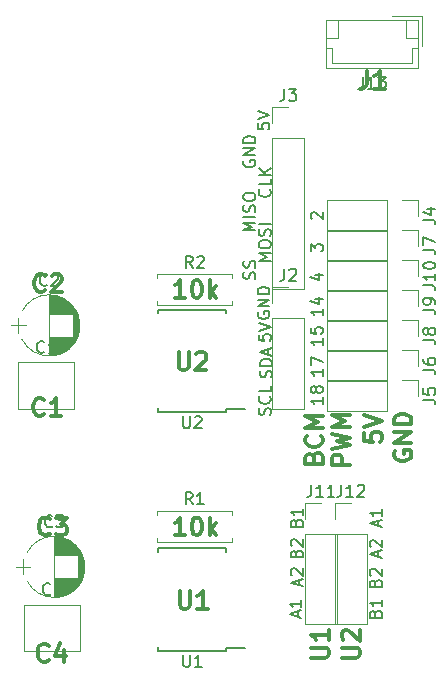
<source format=gbr>
G04 #@! TF.FileFunction,Legend,Top*
%FSLAX46Y46*%
G04 Gerber Fmt 4.6, Leading zero omitted, Abs format (unit mm)*
G04 Created by KiCad (PCBNEW 4.0.7) date 08/31/18 00:13:05*
%MOMM*%
%LPD*%
G01*
G04 APERTURE LIST*
%ADD10C,0.150000*%
%ADD11C,0.300000*%
%ADD12C,0.120000*%
G04 APERTURE END LIST*
D10*
X150128571Y-127404761D02*
X150176190Y-127261904D01*
X150223810Y-127214285D01*
X150319048Y-127166666D01*
X150461905Y-127166666D01*
X150557143Y-127214285D01*
X150604762Y-127261904D01*
X150652381Y-127357142D01*
X150652381Y-127738095D01*
X149652381Y-127738095D01*
X149652381Y-127404761D01*
X149700000Y-127309523D01*
X149747619Y-127261904D01*
X149842857Y-127214285D01*
X149938095Y-127214285D01*
X150033333Y-127261904D01*
X150080952Y-127309523D01*
X150128571Y-127404761D01*
X150128571Y-127738095D01*
X150652381Y-126214285D02*
X150652381Y-126785714D01*
X150652381Y-126500000D02*
X149652381Y-126500000D01*
X149795238Y-126595238D01*
X149890476Y-126690476D01*
X149938095Y-126785714D01*
X150128571Y-124804761D02*
X150176190Y-124661904D01*
X150223810Y-124614285D01*
X150319048Y-124566666D01*
X150461905Y-124566666D01*
X150557143Y-124614285D01*
X150604762Y-124661904D01*
X150652381Y-124757142D01*
X150652381Y-125138095D01*
X149652381Y-125138095D01*
X149652381Y-124804761D01*
X149700000Y-124709523D01*
X149747619Y-124661904D01*
X149842857Y-124614285D01*
X149938095Y-124614285D01*
X150033333Y-124661904D01*
X150080952Y-124709523D01*
X150128571Y-124804761D01*
X150128571Y-125138095D01*
X149747619Y-124185714D02*
X149700000Y-124138095D01*
X149652381Y-124042857D01*
X149652381Y-123804761D01*
X149700000Y-123709523D01*
X149747619Y-123661904D01*
X149842857Y-123614285D01*
X149938095Y-123614285D01*
X150080952Y-123661904D01*
X150652381Y-124233333D01*
X150652381Y-123614285D01*
X150366667Y-122614286D02*
X150366667Y-122138095D01*
X150652381Y-122709524D02*
X149652381Y-122376191D01*
X150652381Y-122042857D01*
X149747619Y-121757143D02*
X149700000Y-121709524D01*
X149652381Y-121614286D01*
X149652381Y-121376190D01*
X149700000Y-121280952D01*
X149747619Y-121233333D01*
X149842857Y-121185714D01*
X149938095Y-121185714D01*
X150080952Y-121233333D01*
X150652381Y-121804762D01*
X150652381Y-121185714D01*
X150366667Y-120014286D02*
X150366667Y-119538095D01*
X150652381Y-120109524D02*
X149652381Y-119776191D01*
X150652381Y-119442857D01*
X150652381Y-118585714D02*
X150652381Y-119157143D01*
X150652381Y-118871429D02*
X149652381Y-118871429D01*
X149795238Y-118966667D01*
X149890476Y-119061905D01*
X149938095Y-119157143D01*
X143428571Y-119704761D02*
X143476190Y-119561904D01*
X143523810Y-119514285D01*
X143619048Y-119466666D01*
X143761905Y-119466666D01*
X143857143Y-119514285D01*
X143904762Y-119561904D01*
X143952381Y-119657142D01*
X143952381Y-120038095D01*
X142952381Y-120038095D01*
X142952381Y-119704761D01*
X143000000Y-119609523D01*
X143047619Y-119561904D01*
X143142857Y-119514285D01*
X143238095Y-119514285D01*
X143333333Y-119561904D01*
X143380952Y-119609523D01*
X143428571Y-119704761D01*
X143428571Y-120038095D01*
X143952381Y-118514285D02*
X143952381Y-119085714D01*
X143952381Y-118800000D02*
X142952381Y-118800000D01*
X143095238Y-118895238D01*
X143190476Y-118990476D01*
X143238095Y-119085714D01*
X143428571Y-122304761D02*
X143476190Y-122161904D01*
X143523810Y-122114285D01*
X143619048Y-122066666D01*
X143761905Y-122066666D01*
X143857143Y-122114285D01*
X143904762Y-122161904D01*
X143952381Y-122257142D01*
X143952381Y-122638095D01*
X142952381Y-122638095D01*
X142952381Y-122304761D01*
X143000000Y-122209523D01*
X143047619Y-122161904D01*
X143142857Y-122114285D01*
X143238095Y-122114285D01*
X143333333Y-122161904D01*
X143380952Y-122209523D01*
X143428571Y-122304761D01*
X143428571Y-122638095D01*
X143047619Y-121685714D02*
X143000000Y-121638095D01*
X142952381Y-121542857D01*
X142952381Y-121304761D01*
X143000000Y-121209523D01*
X143047619Y-121161904D01*
X143142857Y-121114285D01*
X143238095Y-121114285D01*
X143380952Y-121161904D01*
X143952381Y-121733333D01*
X143952381Y-121114285D01*
X143666667Y-125014286D02*
X143666667Y-124538095D01*
X143952381Y-125109524D02*
X142952381Y-124776191D01*
X143952381Y-124442857D01*
X143047619Y-124157143D02*
X143000000Y-124109524D01*
X142952381Y-124014286D01*
X142952381Y-123776190D01*
X143000000Y-123680952D01*
X143047619Y-123633333D01*
X143142857Y-123585714D01*
X143238095Y-123585714D01*
X143380952Y-123633333D01*
X143952381Y-124204762D01*
X143952381Y-123585714D01*
D11*
X147278571Y-131142857D02*
X148492857Y-131142857D01*
X148635714Y-131071429D01*
X148707143Y-131000000D01*
X148778571Y-130857143D01*
X148778571Y-130571429D01*
X148707143Y-130428571D01*
X148635714Y-130357143D01*
X148492857Y-130285714D01*
X147278571Y-130285714D01*
X147421429Y-129642857D02*
X147350000Y-129571428D01*
X147278571Y-129428571D01*
X147278571Y-129071428D01*
X147350000Y-128928571D01*
X147421429Y-128857142D01*
X147564286Y-128785714D01*
X147707143Y-128785714D01*
X147921429Y-128857142D01*
X148778571Y-129714285D01*
X148778571Y-128785714D01*
D10*
X143566667Y-127714286D02*
X143566667Y-127238095D01*
X143852381Y-127809524D02*
X142852381Y-127476191D01*
X143852381Y-127142857D01*
X143852381Y-126285714D02*
X143852381Y-126857143D01*
X143852381Y-126571429D02*
X142852381Y-126571429D01*
X142995238Y-126666667D01*
X143090476Y-126761905D01*
X143138095Y-126857143D01*
D11*
X144678571Y-131142857D02*
X145892857Y-131142857D01*
X146035714Y-131071429D01*
X146107143Y-131000000D01*
X146178571Y-130857143D01*
X146178571Y-130571429D01*
X146107143Y-130428571D01*
X146035714Y-130357143D01*
X145892857Y-130285714D01*
X144678571Y-130285714D01*
X146178571Y-128785714D02*
X146178571Y-129642857D01*
X146178571Y-129214285D02*
X144678571Y-129214285D01*
X144892857Y-129357142D01*
X145035714Y-129500000D01*
X145107143Y-129642857D01*
D10*
X144747619Y-93985714D02*
X144700000Y-93938095D01*
X144652381Y-93842857D01*
X144652381Y-93604761D01*
X144700000Y-93509523D01*
X144747619Y-93461904D01*
X144842857Y-93414285D01*
X144938095Y-93414285D01*
X145080952Y-93461904D01*
X145652381Y-94033333D01*
X145652381Y-93414285D01*
X144652381Y-96733333D02*
X144652381Y-96114285D01*
X145033333Y-96447619D01*
X145033333Y-96304761D01*
X145080952Y-96209523D01*
X145128571Y-96161904D01*
X145223810Y-96114285D01*
X145461905Y-96114285D01*
X145557143Y-96161904D01*
X145604762Y-96209523D01*
X145652381Y-96304761D01*
X145652381Y-96590476D01*
X145604762Y-96685714D01*
X145557143Y-96733333D01*
X144985714Y-98709523D02*
X145652381Y-98709523D01*
X144604762Y-98947619D02*
X145319048Y-99185714D01*
X145319048Y-98566666D01*
X145652381Y-101590476D02*
X145652381Y-102161905D01*
X145652381Y-101876191D02*
X144652381Y-101876191D01*
X144795238Y-101971429D01*
X144890476Y-102066667D01*
X144938095Y-102161905D01*
X144985714Y-100733333D02*
X145652381Y-100733333D01*
X144604762Y-100971429D02*
X145319048Y-101209524D01*
X145319048Y-100590476D01*
X145652381Y-104090476D02*
X145652381Y-104661905D01*
X145652381Y-104376191D02*
X144652381Y-104376191D01*
X144795238Y-104471429D01*
X144890476Y-104566667D01*
X144938095Y-104661905D01*
X144652381Y-103185714D02*
X144652381Y-103661905D01*
X145128571Y-103709524D01*
X145080952Y-103661905D01*
X145033333Y-103566667D01*
X145033333Y-103328571D01*
X145080952Y-103233333D01*
X145128571Y-103185714D01*
X145223810Y-103138095D01*
X145461905Y-103138095D01*
X145557143Y-103185714D01*
X145604762Y-103233333D01*
X145652381Y-103328571D01*
X145652381Y-103566667D01*
X145604762Y-103661905D01*
X145557143Y-103709524D01*
X145652381Y-106690476D02*
X145652381Y-107261905D01*
X145652381Y-106976191D02*
X144652381Y-106976191D01*
X144795238Y-107071429D01*
X144890476Y-107166667D01*
X144938095Y-107261905D01*
X144652381Y-106357143D02*
X144652381Y-105690476D01*
X145652381Y-106119048D01*
X145652381Y-109090476D02*
X145652381Y-109661905D01*
X145652381Y-109376191D02*
X144652381Y-109376191D01*
X144795238Y-109471429D01*
X144890476Y-109566667D01*
X144938095Y-109661905D01*
X145080952Y-108519048D02*
X145033333Y-108614286D01*
X144985714Y-108661905D01*
X144890476Y-108709524D01*
X144842857Y-108709524D01*
X144747619Y-108661905D01*
X144700000Y-108614286D01*
X144652381Y-108519048D01*
X144652381Y-108328571D01*
X144700000Y-108233333D01*
X144747619Y-108185714D01*
X144842857Y-108138095D01*
X144890476Y-108138095D01*
X144985714Y-108185714D01*
X145033333Y-108233333D01*
X145080952Y-108328571D01*
X145080952Y-108519048D01*
X145128571Y-108614286D01*
X145176190Y-108661905D01*
X145271429Y-108709524D01*
X145461905Y-108709524D01*
X145557143Y-108661905D01*
X145604762Y-108614286D01*
X145652381Y-108519048D01*
X145652381Y-108328571D01*
X145604762Y-108233333D01*
X145557143Y-108185714D01*
X145461905Y-108138095D01*
X145271429Y-108138095D01*
X145176190Y-108185714D01*
X145128571Y-108233333D01*
X145080952Y-108328571D01*
D11*
X144892857Y-114200000D02*
X144964286Y-113985714D01*
X145035714Y-113914286D01*
X145178571Y-113842857D01*
X145392857Y-113842857D01*
X145535714Y-113914286D01*
X145607143Y-113985714D01*
X145678571Y-114128572D01*
X145678571Y-114700000D01*
X144178571Y-114700000D01*
X144178571Y-114200000D01*
X144250000Y-114057143D01*
X144321429Y-113985714D01*
X144464286Y-113914286D01*
X144607143Y-113914286D01*
X144750000Y-113985714D01*
X144821429Y-114057143D01*
X144892857Y-114200000D01*
X144892857Y-114700000D01*
X145535714Y-112342857D02*
X145607143Y-112414286D01*
X145678571Y-112628572D01*
X145678571Y-112771429D01*
X145607143Y-112985714D01*
X145464286Y-113128572D01*
X145321429Y-113200000D01*
X145035714Y-113271429D01*
X144821429Y-113271429D01*
X144535714Y-113200000D01*
X144392857Y-113128572D01*
X144250000Y-112985714D01*
X144178571Y-112771429D01*
X144178571Y-112628572D01*
X144250000Y-112414286D01*
X144321429Y-112342857D01*
X145678571Y-111700000D02*
X144178571Y-111700000D01*
X145250000Y-111200000D01*
X144178571Y-110700000D01*
X145678571Y-110700000D01*
D10*
X141204762Y-110590476D02*
X141252381Y-110447619D01*
X141252381Y-110209523D01*
X141204762Y-110114285D01*
X141157143Y-110066666D01*
X141061905Y-110019047D01*
X140966667Y-110019047D01*
X140871429Y-110066666D01*
X140823810Y-110114285D01*
X140776190Y-110209523D01*
X140728571Y-110400000D01*
X140680952Y-110495238D01*
X140633333Y-110542857D01*
X140538095Y-110590476D01*
X140442857Y-110590476D01*
X140347619Y-110542857D01*
X140300000Y-110495238D01*
X140252381Y-110400000D01*
X140252381Y-110161904D01*
X140300000Y-110019047D01*
X141157143Y-109019047D02*
X141204762Y-109066666D01*
X141252381Y-109209523D01*
X141252381Y-109304761D01*
X141204762Y-109447619D01*
X141109524Y-109542857D01*
X141014286Y-109590476D01*
X140823810Y-109638095D01*
X140680952Y-109638095D01*
X140490476Y-109590476D01*
X140395238Y-109542857D01*
X140300000Y-109447619D01*
X140252381Y-109304761D01*
X140252381Y-109209523D01*
X140300000Y-109066666D01*
X140347619Y-109019047D01*
X141252381Y-108114285D02*
X141252381Y-108590476D01*
X140252381Y-108590476D01*
X141304762Y-107414286D02*
X141352381Y-107271429D01*
X141352381Y-107033333D01*
X141304762Y-106938095D01*
X141257143Y-106890476D01*
X141161905Y-106842857D01*
X141066667Y-106842857D01*
X140971429Y-106890476D01*
X140923810Y-106938095D01*
X140876190Y-107033333D01*
X140828571Y-107223810D01*
X140780952Y-107319048D01*
X140733333Y-107366667D01*
X140638095Y-107414286D01*
X140542857Y-107414286D01*
X140447619Y-107366667D01*
X140400000Y-107319048D01*
X140352381Y-107223810D01*
X140352381Y-106985714D01*
X140400000Y-106842857D01*
X141352381Y-106414286D02*
X140352381Y-106414286D01*
X140352381Y-106176191D01*
X140400000Y-106033333D01*
X140495238Y-105938095D01*
X140590476Y-105890476D01*
X140780952Y-105842857D01*
X140923810Y-105842857D01*
X141114286Y-105890476D01*
X141209524Y-105938095D01*
X141304762Y-106033333D01*
X141352381Y-106176191D01*
X141352381Y-106414286D01*
X141066667Y-105461905D02*
X141066667Y-104985714D01*
X141352381Y-105557143D02*
X140352381Y-105223810D01*
X141352381Y-104890476D01*
X140200000Y-101861904D02*
X140152381Y-101957142D01*
X140152381Y-102099999D01*
X140200000Y-102242857D01*
X140295238Y-102338095D01*
X140390476Y-102385714D01*
X140580952Y-102433333D01*
X140723810Y-102433333D01*
X140914286Y-102385714D01*
X141009524Y-102338095D01*
X141104762Y-102242857D01*
X141152381Y-102099999D01*
X141152381Y-102004761D01*
X141104762Y-101861904D01*
X141057143Y-101814285D01*
X140723810Y-101814285D01*
X140723810Y-102004761D01*
X141152381Y-101385714D02*
X140152381Y-101385714D01*
X141152381Y-100814285D01*
X140152381Y-100814285D01*
X141152381Y-100338095D02*
X140152381Y-100338095D01*
X140152381Y-100100000D01*
X140200000Y-99957142D01*
X140295238Y-99861904D01*
X140390476Y-99814285D01*
X140580952Y-99766666D01*
X140723810Y-99766666D01*
X140914286Y-99814285D01*
X141009524Y-99861904D01*
X141104762Y-99957142D01*
X141152381Y-100100000D01*
X141152381Y-100338095D01*
X140252381Y-103790476D02*
X140252381Y-104266667D01*
X140728571Y-104314286D01*
X140680952Y-104266667D01*
X140633333Y-104171429D01*
X140633333Y-103933333D01*
X140680952Y-103838095D01*
X140728571Y-103790476D01*
X140823810Y-103742857D01*
X141061905Y-103742857D01*
X141157143Y-103790476D01*
X141204762Y-103838095D01*
X141252381Y-103933333D01*
X141252381Y-104171429D01*
X141204762Y-104266667D01*
X141157143Y-104314286D01*
X140252381Y-103457143D02*
X141252381Y-103123810D01*
X140252381Y-102790476D01*
X139904762Y-99061905D02*
X139952381Y-98919048D01*
X139952381Y-98680952D01*
X139904762Y-98585714D01*
X139857143Y-98538095D01*
X139761905Y-98490476D01*
X139666667Y-98490476D01*
X139571429Y-98538095D01*
X139523810Y-98585714D01*
X139476190Y-98680952D01*
X139428571Y-98871429D01*
X139380952Y-98966667D01*
X139333333Y-99014286D01*
X139238095Y-99061905D01*
X139142857Y-99061905D01*
X139047619Y-99014286D01*
X139000000Y-98966667D01*
X138952381Y-98871429D01*
X138952381Y-98633333D01*
X139000000Y-98490476D01*
X139904762Y-98109524D02*
X139952381Y-97966667D01*
X139952381Y-97728571D01*
X139904762Y-97633333D01*
X139857143Y-97585714D01*
X139761905Y-97538095D01*
X139666667Y-97538095D01*
X139571429Y-97585714D01*
X139523810Y-97633333D01*
X139476190Y-97728571D01*
X139428571Y-97919048D01*
X139380952Y-98014286D01*
X139333333Y-98061905D01*
X139238095Y-98109524D01*
X139142857Y-98109524D01*
X139047619Y-98061905D01*
X139000000Y-98014286D01*
X138952381Y-97919048D01*
X138952381Y-97680952D01*
X139000000Y-97538095D01*
X141252381Y-97571428D02*
X140252381Y-97571428D01*
X140966667Y-97238094D01*
X140252381Y-96904761D01*
X141252381Y-96904761D01*
X140252381Y-96238095D02*
X140252381Y-96047618D01*
X140300000Y-95952380D01*
X140395238Y-95857142D01*
X140585714Y-95809523D01*
X140919048Y-95809523D01*
X141109524Y-95857142D01*
X141204762Y-95952380D01*
X141252381Y-96047618D01*
X141252381Y-96238095D01*
X141204762Y-96333333D01*
X141109524Y-96428571D01*
X140919048Y-96476190D01*
X140585714Y-96476190D01*
X140395238Y-96428571D01*
X140300000Y-96333333D01*
X140252381Y-96238095D01*
X141204762Y-95428571D02*
X141252381Y-95285714D01*
X141252381Y-95047618D01*
X141204762Y-94952380D01*
X141157143Y-94904761D01*
X141061905Y-94857142D01*
X140966667Y-94857142D01*
X140871429Y-94904761D01*
X140823810Y-94952380D01*
X140776190Y-95047618D01*
X140728571Y-95238095D01*
X140680952Y-95333333D01*
X140633333Y-95380952D01*
X140538095Y-95428571D01*
X140442857Y-95428571D01*
X140347619Y-95380952D01*
X140300000Y-95333333D01*
X140252381Y-95238095D01*
X140252381Y-94999999D01*
X140300000Y-94857142D01*
X141252381Y-94428571D02*
X140252381Y-94428571D01*
X139952381Y-94971428D02*
X138952381Y-94971428D01*
X139666667Y-94638094D01*
X138952381Y-94304761D01*
X139952381Y-94304761D01*
X139952381Y-93828571D02*
X138952381Y-93828571D01*
X139904762Y-93400000D02*
X139952381Y-93257143D01*
X139952381Y-93019047D01*
X139904762Y-92923809D01*
X139857143Y-92876190D01*
X139761905Y-92828571D01*
X139666667Y-92828571D01*
X139571429Y-92876190D01*
X139523810Y-92923809D01*
X139476190Y-93019047D01*
X139428571Y-93209524D01*
X139380952Y-93304762D01*
X139333333Y-93352381D01*
X139238095Y-93400000D01*
X139142857Y-93400000D01*
X139047619Y-93352381D01*
X139000000Y-93304762D01*
X138952381Y-93209524D01*
X138952381Y-92971428D01*
X139000000Y-92828571D01*
X138952381Y-92209524D02*
X138952381Y-92019047D01*
X139000000Y-91923809D01*
X139095238Y-91828571D01*
X139285714Y-91780952D01*
X139619048Y-91780952D01*
X139809524Y-91828571D01*
X139904762Y-91923809D01*
X139952381Y-92019047D01*
X139952381Y-92209524D01*
X139904762Y-92304762D01*
X139809524Y-92400000D01*
X139619048Y-92447619D01*
X139285714Y-92447619D01*
X139095238Y-92400000D01*
X139000000Y-92304762D01*
X138952381Y-92209524D01*
X141157143Y-91495238D02*
X141204762Y-91542857D01*
X141252381Y-91685714D01*
X141252381Y-91780952D01*
X141204762Y-91923810D01*
X141109524Y-92019048D01*
X141014286Y-92066667D01*
X140823810Y-92114286D01*
X140680952Y-92114286D01*
X140490476Y-92066667D01*
X140395238Y-92019048D01*
X140300000Y-91923810D01*
X140252381Y-91780952D01*
X140252381Y-91685714D01*
X140300000Y-91542857D01*
X140347619Y-91495238D01*
X141252381Y-90590476D02*
X141252381Y-91066667D01*
X140252381Y-91066667D01*
X141252381Y-90257143D02*
X140252381Y-90257143D01*
X141252381Y-89685714D02*
X140680952Y-90114286D01*
X140252381Y-89685714D02*
X140823810Y-90257143D01*
X139000000Y-89061904D02*
X138952381Y-89157142D01*
X138952381Y-89299999D01*
X139000000Y-89442857D01*
X139095238Y-89538095D01*
X139190476Y-89585714D01*
X139380952Y-89633333D01*
X139523810Y-89633333D01*
X139714286Y-89585714D01*
X139809524Y-89538095D01*
X139904762Y-89442857D01*
X139952381Y-89299999D01*
X139952381Y-89204761D01*
X139904762Y-89061904D01*
X139857143Y-89014285D01*
X139523810Y-89014285D01*
X139523810Y-89204761D01*
X139952381Y-88585714D02*
X138952381Y-88585714D01*
X139952381Y-88014285D01*
X138952381Y-88014285D01*
X139952381Y-87538095D02*
X138952381Y-87538095D01*
X138952381Y-87300000D01*
X139000000Y-87157142D01*
X139095238Y-87061904D01*
X139190476Y-87014285D01*
X139380952Y-86966666D01*
X139523810Y-86966666D01*
X139714286Y-87014285D01*
X139809524Y-87061904D01*
X139904762Y-87157142D01*
X139952381Y-87300000D01*
X139952381Y-87538095D01*
X140152381Y-85890476D02*
X140152381Y-86366667D01*
X140628571Y-86414286D01*
X140580952Y-86366667D01*
X140533333Y-86271429D01*
X140533333Y-86033333D01*
X140580952Y-85938095D01*
X140628571Y-85890476D01*
X140723810Y-85842857D01*
X140961905Y-85842857D01*
X141057143Y-85890476D01*
X141104762Y-85938095D01*
X141152381Y-86033333D01*
X141152381Y-86271429D01*
X141104762Y-86366667D01*
X141057143Y-86414286D01*
X140152381Y-85557143D02*
X141152381Y-85223810D01*
X140152381Y-84890476D01*
D11*
X149400000Y-81478571D02*
X149400000Y-82550000D01*
X149328572Y-82764286D01*
X149185715Y-82907143D01*
X148971429Y-82978571D01*
X148828572Y-82978571D01*
X150900000Y-82978571D02*
X150042857Y-82978571D01*
X150471429Y-82978571D02*
X150471429Y-81478571D01*
X150328572Y-81692857D01*
X150185714Y-81835714D01*
X150042857Y-81907143D01*
X151750000Y-113642857D02*
X151678571Y-113785714D01*
X151678571Y-114000000D01*
X151750000Y-114214285D01*
X151892857Y-114357143D01*
X152035714Y-114428571D01*
X152321429Y-114500000D01*
X152535714Y-114500000D01*
X152821429Y-114428571D01*
X152964286Y-114357143D01*
X153107143Y-114214285D01*
X153178571Y-114000000D01*
X153178571Y-113857143D01*
X153107143Y-113642857D01*
X153035714Y-113571428D01*
X152535714Y-113571428D01*
X152535714Y-113857143D01*
X153178571Y-112928571D02*
X151678571Y-112928571D01*
X153178571Y-112071428D01*
X151678571Y-112071428D01*
X153178571Y-111357142D02*
X151678571Y-111357142D01*
X151678571Y-110999999D01*
X151750000Y-110785714D01*
X151892857Y-110642856D01*
X152035714Y-110571428D01*
X152321429Y-110499999D01*
X152535714Y-110499999D01*
X152821429Y-110571428D01*
X152964286Y-110642856D01*
X153107143Y-110785714D01*
X153178571Y-110999999D01*
X153178571Y-111357142D01*
X149178571Y-112085713D02*
X149178571Y-112799999D01*
X149892857Y-112871428D01*
X149821429Y-112799999D01*
X149750000Y-112657142D01*
X149750000Y-112299999D01*
X149821429Y-112157142D01*
X149892857Y-112085713D01*
X150035714Y-112014285D01*
X150392857Y-112014285D01*
X150535714Y-112085713D01*
X150607143Y-112157142D01*
X150678571Y-112299999D01*
X150678571Y-112657142D01*
X150607143Y-112799999D01*
X150535714Y-112871428D01*
X149178571Y-111585714D02*
X150678571Y-111085714D01*
X149178571Y-110585714D01*
X147978571Y-114807143D02*
X146478571Y-114807143D01*
X146478571Y-114235715D01*
X146550000Y-114092857D01*
X146621429Y-114021429D01*
X146764286Y-113950000D01*
X146978571Y-113950000D01*
X147121429Y-114021429D01*
X147192857Y-114092857D01*
X147264286Y-114235715D01*
X147264286Y-114807143D01*
X146478571Y-113450000D02*
X147978571Y-113092857D01*
X146907143Y-112807143D01*
X147978571Y-112521429D01*
X146478571Y-112164286D01*
X147978571Y-111592857D02*
X146478571Y-111592857D01*
X147550000Y-111092857D01*
X146478571Y-110592857D01*
X147978571Y-110592857D01*
X133457143Y-105278571D02*
X133457143Y-106492857D01*
X133528571Y-106635714D01*
X133600000Y-106707143D01*
X133742857Y-106778571D01*
X134028571Y-106778571D01*
X134171429Y-106707143D01*
X134242857Y-106635714D01*
X134314286Y-106492857D01*
X134314286Y-105278571D01*
X134957143Y-105421429D02*
X135028572Y-105350000D01*
X135171429Y-105278571D01*
X135528572Y-105278571D01*
X135671429Y-105350000D01*
X135742858Y-105421429D01*
X135814286Y-105564286D01*
X135814286Y-105707143D01*
X135742858Y-105921429D01*
X134885715Y-106778571D01*
X135814286Y-106778571D01*
X133557143Y-125478571D02*
X133557143Y-126692857D01*
X133628571Y-126835714D01*
X133700000Y-126907143D01*
X133842857Y-126978571D01*
X134128571Y-126978571D01*
X134271429Y-126907143D01*
X134342857Y-126835714D01*
X134414286Y-126692857D01*
X134414286Y-125478571D01*
X135914286Y-126978571D02*
X135057143Y-126978571D01*
X135485715Y-126978571D02*
X135485715Y-125478571D01*
X135342858Y-125692857D01*
X135200000Y-125835714D01*
X135057143Y-125907143D01*
X134007143Y-120778571D02*
X133150000Y-120778571D01*
X133578572Y-120778571D02*
X133578572Y-119278571D01*
X133435715Y-119492857D01*
X133292857Y-119635714D01*
X133150000Y-119707143D01*
X134935714Y-119278571D02*
X135078571Y-119278571D01*
X135221428Y-119350000D01*
X135292857Y-119421429D01*
X135364286Y-119564286D01*
X135435714Y-119850000D01*
X135435714Y-120207143D01*
X135364286Y-120492857D01*
X135292857Y-120635714D01*
X135221428Y-120707143D01*
X135078571Y-120778571D01*
X134935714Y-120778571D01*
X134792857Y-120707143D01*
X134721428Y-120635714D01*
X134650000Y-120492857D01*
X134578571Y-120207143D01*
X134578571Y-119850000D01*
X134650000Y-119564286D01*
X134721428Y-119421429D01*
X134792857Y-119350000D01*
X134935714Y-119278571D01*
X136078571Y-120778571D02*
X136078571Y-119278571D01*
X136221428Y-120207143D02*
X136649999Y-120778571D01*
X136649999Y-119778571D02*
X136078571Y-120350000D01*
X134007143Y-100678571D02*
X133150000Y-100678571D01*
X133578572Y-100678571D02*
X133578572Y-99178571D01*
X133435715Y-99392857D01*
X133292857Y-99535714D01*
X133150000Y-99607143D01*
X134935714Y-99178571D02*
X135078571Y-99178571D01*
X135221428Y-99250000D01*
X135292857Y-99321429D01*
X135364286Y-99464286D01*
X135435714Y-99750000D01*
X135435714Y-100107143D01*
X135364286Y-100392857D01*
X135292857Y-100535714D01*
X135221428Y-100607143D01*
X135078571Y-100678571D01*
X134935714Y-100678571D01*
X134792857Y-100607143D01*
X134721428Y-100535714D01*
X134650000Y-100392857D01*
X134578571Y-100107143D01*
X134578571Y-99750000D01*
X134650000Y-99464286D01*
X134721428Y-99321429D01*
X134792857Y-99250000D01*
X134935714Y-99178571D01*
X136078571Y-100678571D02*
X136078571Y-99178571D01*
X136221428Y-100107143D02*
X136649999Y-100678571D01*
X136649999Y-99678571D02*
X136078571Y-100250000D01*
X122150001Y-100035714D02*
X122078572Y-100107143D01*
X121864286Y-100178571D01*
X121721429Y-100178571D01*
X121507144Y-100107143D01*
X121364286Y-99964286D01*
X121292858Y-99821429D01*
X121221429Y-99535714D01*
X121221429Y-99321429D01*
X121292858Y-99035714D01*
X121364286Y-98892857D01*
X121507144Y-98750000D01*
X121721429Y-98678571D01*
X121864286Y-98678571D01*
X122078572Y-98750000D01*
X122150001Y-98821429D01*
X122721429Y-98821429D02*
X122792858Y-98750000D01*
X122935715Y-98678571D01*
X123292858Y-98678571D01*
X123435715Y-98750000D01*
X123507144Y-98821429D01*
X123578572Y-98964286D01*
X123578572Y-99107143D01*
X123507144Y-99321429D01*
X122650001Y-100178571D01*
X123578572Y-100178571D01*
X122050001Y-110535714D02*
X121978572Y-110607143D01*
X121764286Y-110678571D01*
X121621429Y-110678571D01*
X121407144Y-110607143D01*
X121264286Y-110464286D01*
X121192858Y-110321429D01*
X121121429Y-110035714D01*
X121121429Y-109821429D01*
X121192858Y-109535714D01*
X121264286Y-109392857D01*
X121407144Y-109250000D01*
X121621429Y-109178571D01*
X121764286Y-109178571D01*
X121978572Y-109250000D01*
X122050001Y-109321429D01*
X123478572Y-110678571D02*
X122621429Y-110678571D01*
X123050001Y-110678571D02*
X123050001Y-109178571D01*
X122907144Y-109392857D01*
X122764286Y-109535714D01*
X122621429Y-109607143D01*
X122450001Y-131335714D02*
X122378572Y-131407143D01*
X122164286Y-131478571D01*
X122021429Y-131478571D01*
X121807144Y-131407143D01*
X121664286Y-131264286D01*
X121592858Y-131121429D01*
X121521429Y-130835714D01*
X121521429Y-130621429D01*
X121592858Y-130335714D01*
X121664286Y-130192857D01*
X121807144Y-130050000D01*
X122021429Y-129978571D01*
X122164286Y-129978571D01*
X122378572Y-130050000D01*
X122450001Y-130121429D01*
X123735715Y-130478571D02*
X123735715Y-131478571D01*
X123378572Y-129907143D02*
X123021429Y-130978571D01*
X123950001Y-130978571D01*
X122550001Y-120635714D02*
X122478572Y-120707143D01*
X122264286Y-120778571D01*
X122121429Y-120778571D01*
X121907144Y-120707143D01*
X121764286Y-120564286D01*
X121692858Y-120421429D01*
X121621429Y-120135714D01*
X121621429Y-119921429D01*
X121692858Y-119635714D01*
X121764286Y-119492857D01*
X121907144Y-119350000D01*
X122121429Y-119278571D01*
X122264286Y-119278571D01*
X122478572Y-119350000D01*
X122550001Y-119421429D01*
X123050001Y-119278571D02*
X123978572Y-119278571D01*
X123478572Y-119850000D01*
X123692858Y-119850000D01*
X123835715Y-119921429D01*
X123907144Y-119992857D01*
X123978572Y-120135714D01*
X123978572Y-120492857D01*
X123907144Y-120635714D01*
X123835715Y-120707143D01*
X123692858Y-120778571D01*
X123264286Y-120778571D01*
X123121429Y-120707143D01*
X123050001Y-120635714D01*
D12*
X119890000Y-106140000D02*
X124610000Y-106140000D01*
X119890000Y-110060000D02*
X124610000Y-110060000D01*
X119890000Y-106140000D02*
X119890000Y-110060000D01*
X124610000Y-106140000D02*
X124610000Y-110060000D01*
X125225722Y-122264277D02*
G75*
G03X120614420Y-122264000I-2305722J-1179723D01*
G01*
X125225722Y-124623723D02*
G75*
G02X120614420Y-124624000I-2305722J1179723D01*
G01*
X125225722Y-124623723D02*
G75*
G03X125225580Y-122264000I-2305722J1179723D01*
G01*
X122920000Y-120894000D02*
X122920000Y-125994000D01*
X122960000Y-120894000D02*
X122960000Y-122464000D01*
X122960000Y-124424000D02*
X122960000Y-125994000D01*
X123000000Y-120895000D02*
X123000000Y-122464000D01*
X123000000Y-124424000D02*
X123000000Y-125993000D01*
X123040000Y-120896000D02*
X123040000Y-122464000D01*
X123040000Y-124424000D02*
X123040000Y-125992000D01*
X123080000Y-120898000D02*
X123080000Y-122464000D01*
X123080000Y-124424000D02*
X123080000Y-125990000D01*
X123120000Y-120901000D02*
X123120000Y-122464000D01*
X123120000Y-124424000D02*
X123120000Y-125987000D01*
X123160000Y-120905000D02*
X123160000Y-122464000D01*
X123160000Y-124424000D02*
X123160000Y-125983000D01*
X123200000Y-120909000D02*
X123200000Y-122464000D01*
X123200000Y-124424000D02*
X123200000Y-125979000D01*
X123240000Y-120913000D02*
X123240000Y-122464000D01*
X123240000Y-124424000D02*
X123240000Y-125975000D01*
X123280000Y-120919000D02*
X123280000Y-122464000D01*
X123280000Y-124424000D02*
X123280000Y-125969000D01*
X123320000Y-120925000D02*
X123320000Y-122464000D01*
X123320000Y-124424000D02*
X123320000Y-125963000D01*
X123360000Y-120931000D02*
X123360000Y-122464000D01*
X123360000Y-124424000D02*
X123360000Y-125957000D01*
X123400000Y-120938000D02*
X123400000Y-122464000D01*
X123400000Y-124424000D02*
X123400000Y-125950000D01*
X123440000Y-120946000D02*
X123440000Y-122464000D01*
X123440000Y-124424000D02*
X123440000Y-125942000D01*
X123480000Y-120955000D02*
X123480000Y-122464000D01*
X123480000Y-124424000D02*
X123480000Y-125933000D01*
X123520000Y-120964000D02*
X123520000Y-122464000D01*
X123520000Y-124424000D02*
X123520000Y-125924000D01*
X123560000Y-120974000D02*
X123560000Y-122464000D01*
X123560000Y-124424000D02*
X123560000Y-125914000D01*
X123600000Y-120984000D02*
X123600000Y-122464000D01*
X123600000Y-124424000D02*
X123600000Y-125904000D01*
X123641000Y-120996000D02*
X123641000Y-122464000D01*
X123641000Y-124424000D02*
X123641000Y-125892000D01*
X123681000Y-121008000D02*
X123681000Y-122464000D01*
X123681000Y-124424000D02*
X123681000Y-125880000D01*
X123721000Y-121020000D02*
X123721000Y-122464000D01*
X123721000Y-124424000D02*
X123721000Y-125868000D01*
X123761000Y-121034000D02*
X123761000Y-122464000D01*
X123761000Y-124424000D02*
X123761000Y-125854000D01*
X123801000Y-121048000D02*
X123801000Y-122464000D01*
X123801000Y-124424000D02*
X123801000Y-125840000D01*
X123841000Y-121062000D02*
X123841000Y-122464000D01*
X123841000Y-124424000D02*
X123841000Y-125826000D01*
X123881000Y-121078000D02*
X123881000Y-122464000D01*
X123881000Y-124424000D02*
X123881000Y-125810000D01*
X123921000Y-121094000D02*
X123921000Y-122464000D01*
X123921000Y-124424000D02*
X123921000Y-125794000D01*
X123961000Y-121111000D02*
X123961000Y-122464000D01*
X123961000Y-124424000D02*
X123961000Y-125777000D01*
X124001000Y-121129000D02*
X124001000Y-122464000D01*
X124001000Y-124424000D02*
X124001000Y-125759000D01*
X124041000Y-121148000D02*
X124041000Y-122464000D01*
X124041000Y-124424000D02*
X124041000Y-125740000D01*
X124081000Y-121168000D02*
X124081000Y-122464000D01*
X124081000Y-124424000D02*
X124081000Y-125720000D01*
X124121000Y-121188000D02*
X124121000Y-122464000D01*
X124121000Y-124424000D02*
X124121000Y-125700000D01*
X124161000Y-121210000D02*
X124161000Y-122464000D01*
X124161000Y-124424000D02*
X124161000Y-125678000D01*
X124201000Y-121232000D02*
X124201000Y-122464000D01*
X124201000Y-124424000D02*
X124201000Y-125656000D01*
X124241000Y-121255000D02*
X124241000Y-122464000D01*
X124241000Y-124424000D02*
X124241000Y-125633000D01*
X124281000Y-121279000D02*
X124281000Y-122464000D01*
X124281000Y-124424000D02*
X124281000Y-125609000D01*
X124321000Y-121304000D02*
X124321000Y-122464000D01*
X124321000Y-124424000D02*
X124321000Y-125584000D01*
X124361000Y-121331000D02*
X124361000Y-122464000D01*
X124361000Y-124424000D02*
X124361000Y-125557000D01*
X124401000Y-121358000D02*
X124401000Y-122464000D01*
X124401000Y-124424000D02*
X124401000Y-125530000D01*
X124441000Y-121386000D02*
X124441000Y-122464000D01*
X124441000Y-124424000D02*
X124441000Y-125502000D01*
X124481000Y-121416000D02*
X124481000Y-122464000D01*
X124481000Y-124424000D02*
X124481000Y-125472000D01*
X124521000Y-121447000D02*
X124521000Y-122464000D01*
X124521000Y-124424000D02*
X124521000Y-125441000D01*
X124561000Y-121479000D02*
X124561000Y-122464000D01*
X124561000Y-124424000D02*
X124561000Y-125409000D01*
X124601000Y-121512000D02*
X124601000Y-122464000D01*
X124601000Y-124424000D02*
X124601000Y-125376000D01*
X124641000Y-121547000D02*
X124641000Y-122464000D01*
X124641000Y-124424000D02*
X124641000Y-125341000D01*
X124681000Y-121583000D02*
X124681000Y-122464000D01*
X124681000Y-124424000D02*
X124681000Y-125305000D01*
X124721000Y-121621000D02*
X124721000Y-122464000D01*
X124721000Y-124424000D02*
X124721000Y-125267000D01*
X124761000Y-121661000D02*
X124761000Y-122464000D01*
X124761000Y-124424000D02*
X124761000Y-125227000D01*
X124801000Y-121702000D02*
X124801000Y-122464000D01*
X124801000Y-124424000D02*
X124801000Y-125186000D01*
X124841000Y-121745000D02*
X124841000Y-122464000D01*
X124841000Y-124424000D02*
X124841000Y-125143000D01*
X124881000Y-121790000D02*
X124881000Y-122464000D01*
X124881000Y-124424000D02*
X124881000Y-125098000D01*
X124921000Y-121838000D02*
X124921000Y-125050000D01*
X124961000Y-121888000D02*
X124961000Y-125000000D01*
X125001000Y-121940000D02*
X125001000Y-124948000D01*
X125041000Y-121996000D02*
X125041000Y-124892000D01*
X125081000Y-122054000D02*
X125081000Y-124834000D01*
X125121000Y-122117000D02*
X125121000Y-124771000D01*
X125161000Y-122183000D02*
X125161000Y-124705000D01*
X125201000Y-122255000D02*
X125201000Y-124633000D01*
X125241000Y-122332000D02*
X125241000Y-124556000D01*
X125281000Y-122416000D02*
X125281000Y-124472000D01*
X125321000Y-122510000D02*
X125321000Y-124378000D01*
X125361000Y-122615000D02*
X125361000Y-124273000D01*
X125401000Y-122737000D02*
X125401000Y-124151000D01*
X125441000Y-122885000D02*
X125441000Y-124003000D01*
X125481000Y-123090000D02*
X125481000Y-123798000D01*
X119720000Y-123444000D02*
X120920000Y-123444000D01*
X120320000Y-122794000D02*
X120320000Y-124094000D01*
D10*
X137495000Y-130535000D02*
X137495000Y-130310000D01*
X131745000Y-130535000D02*
X131745000Y-130235000D01*
X131745000Y-121885000D02*
X131745000Y-122185000D01*
X137495000Y-121885000D02*
X137495000Y-122185000D01*
X137495000Y-130535000D02*
X131745000Y-130535000D01*
X137495000Y-121885000D02*
X131745000Y-121885000D01*
X137495000Y-130310000D02*
X139095000Y-130310000D01*
X137475000Y-110325000D02*
X137475000Y-110100000D01*
X131725000Y-110325000D02*
X131725000Y-110025000D01*
X131725000Y-101675000D02*
X131725000Y-101975000D01*
X137475000Y-101675000D02*
X137475000Y-101975000D01*
X137475000Y-110325000D02*
X131725000Y-110325000D01*
X137475000Y-101675000D02*
X131725000Y-101675000D01*
X137475000Y-110100000D02*
X139075000Y-110100000D01*
D12*
X124805722Y-101820277D02*
G75*
G03X120194420Y-101820000I-2305722J-1179723D01*
G01*
X124805722Y-104179723D02*
G75*
G02X120194420Y-104180000I-2305722J1179723D01*
G01*
X124805722Y-104179723D02*
G75*
G03X124805580Y-101820000I-2305722J1179723D01*
G01*
X122500000Y-100450000D02*
X122500000Y-105550000D01*
X122540000Y-100450000D02*
X122540000Y-102020000D01*
X122540000Y-103980000D02*
X122540000Y-105550000D01*
X122580000Y-100451000D02*
X122580000Y-102020000D01*
X122580000Y-103980000D02*
X122580000Y-105549000D01*
X122620000Y-100452000D02*
X122620000Y-102020000D01*
X122620000Y-103980000D02*
X122620000Y-105548000D01*
X122660000Y-100454000D02*
X122660000Y-102020000D01*
X122660000Y-103980000D02*
X122660000Y-105546000D01*
X122700000Y-100457000D02*
X122700000Y-102020000D01*
X122700000Y-103980000D02*
X122700000Y-105543000D01*
X122740000Y-100461000D02*
X122740000Y-102020000D01*
X122740000Y-103980000D02*
X122740000Y-105539000D01*
X122780000Y-100465000D02*
X122780000Y-102020000D01*
X122780000Y-103980000D02*
X122780000Y-105535000D01*
X122820000Y-100469000D02*
X122820000Y-102020000D01*
X122820000Y-103980000D02*
X122820000Y-105531000D01*
X122860000Y-100475000D02*
X122860000Y-102020000D01*
X122860000Y-103980000D02*
X122860000Y-105525000D01*
X122900000Y-100481000D02*
X122900000Y-102020000D01*
X122900000Y-103980000D02*
X122900000Y-105519000D01*
X122940000Y-100487000D02*
X122940000Y-102020000D01*
X122940000Y-103980000D02*
X122940000Y-105513000D01*
X122980000Y-100494000D02*
X122980000Y-102020000D01*
X122980000Y-103980000D02*
X122980000Y-105506000D01*
X123020000Y-100502000D02*
X123020000Y-102020000D01*
X123020000Y-103980000D02*
X123020000Y-105498000D01*
X123060000Y-100511000D02*
X123060000Y-102020000D01*
X123060000Y-103980000D02*
X123060000Y-105489000D01*
X123100000Y-100520000D02*
X123100000Y-102020000D01*
X123100000Y-103980000D02*
X123100000Y-105480000D01*
X123140000Y-100530000D02*
X123140000Y-102020000D01*
X123140000Y-103980000D02*
X123140000Y-105470000D01*
X123180000Y-100540000D02*
X123180000Y-102020000D01*
X123180000Y-103980000D02*
X123180000Y-105460000D01*
X123221000Y-100552000D02*
X123221000Y-102020000D01*
X123221000Y-103980000D02*
X123221000Y-105448000D01*
X123261000Y-100564000D02*
X123261000Y-102020000D01*
X123261000Y-103980000D02*
X123261000Y-105436000D01*
X123301000Y-100576000D02*
X123301000Y-102020000D01*
X123301000Y-103980000D02*
X123301000Y-105424000D01*
X123341000Y-100590000D02*
X123341000Y-102020000D01*
X123341000Y-103980000D02*
X123341000Y-105410000D01*
X123381000Y-100604000D02*
X123381000Y-102020000D01*
X123381000Y-103980000D02*
X123381000Y-105396000D01*
X123421000Y-100618000D02*
X123421000Y-102020000D01*
X123421000Y-103980000D02*
X123421000Y-105382000D01*
X123461000Y-100634000D02*
X123461000Y-102020000D01*
X123461000Y-103980000D02*
X123461000Y-105366000D01*
X123501000Y-100650000D02*
X123501000Y-102020000D01*
X123501000Y-103980000D02*
X123501000Y-105350000D01*
X123541000Y-100667000D02*
X123541000Y-102020000D01*
X123541000Y-103980000D02*
X123541000Y-105333000D01*
X123581000Y-100685000D02*
X123581000Y-102020000D01*
X123581000Y-103980000D02*
X123581000Y-105315000D01*
X123621000Y-100704000D02*
X123621000Y-102020000D01*
X123621000Y-103980000D02*
X123621000Y-105296000D01*
X123661000Y-100724000D02*
X123661000Y-102020000D01*
X123661000Y-103980000D02*
X123661000Y-105276000D01*
X123701000Y-100744000D02*
X123701000Y-102020000D01*
X123701000Y-103980000D02*
X123701000Y-105256000D01*
X123741000Y-100766000D02*
X123741000Y-102020000D01*
X123741000Y-103980000D02*
X123741000Y-105234000D01*
X123781000Y-100788000D02*
X123781000Y-102020000D01*
X123781000Y-103980000D02*
X123781000Y-105212000D01*
X123821000Y-100811000D02*
X123821000Y-102020000D01*
X123821000Y-103980000D02*
X123821000Y-105189000D01*
X123861000Y-100835000D02*
X123861000Y-102020000D01*
X123861000Y-103980000D02*
X123861000Y-105165000D01*
X123901000Y-100860000D02*
X123901000Y-102020000D01*
X123901000Y-103980000D02*
X123901000Y-105140000D01*
X123941000Y-100887000D02*
X123941000Y-102020000D01*
X123941000Y-103980000D02*
X123941000Y-105113000D01*
X123981000Y-100914000D02*
X123981000Y-102020000D01*
X123981000Y-103980000D02*
X123981000Y-105086000D01*
X124021000Y-100942000D02*
X124021000Y-102020000D01*
X124021000Y-103980000D02*
X124021000Y-105058000D01*
X124061000Y-100972000D02*
X124061000Y-102020000D01*
X124061000Y-103980000D02*
X124061000Y-105028000D01*
X124101000Y-101003000D02*
X124101000Y-102020000D01*
X124101000Y-103980000D02*
X124101000Y-104997000D01*
X124141000Y-101035000D02*
X124141000Y-102020000D01*
X124141000Y-103980000D02*
X124141000Y-104965000D01*
X124181000Y-101068000D02*
X124181000Y-102020000D01*
X124181000Y-103980000D02*
X124181000Y-104932000D01*
X124221000Y-101103000D02*
X124221000Y-102020000D01*
X124221000Y-103980000D02*
X124221000Y-104897000D01*
X124261000Y-101139000D02*
X124261000Y-102020000D01*
X124261000Y-103980000D02*
X124261000Y-104861000D01*
X124301000Y-101177000D02*
X124301000Y-102020000D01*
X124301000Y-103980000D02*
X124301000Y-104823000D01*
X124341000Y-101217000D02*
X124341000Y-102020000D01*
X124341000Y-103980000D02*
X124341000Y-104783000D01*
X124381000Y-101258000D02*
X124381000Y-102020000D01*
X124381000Y-103980000D02*
X124381000Y-104742000D01*
X124421000Y-101301000D02*
X124421000Y-102020000D01*
X124421000Y-103980000D02*
X124421000Y-104699000D01*
X124461000Y-101346000D02*
X124461000Y-102020000D01*
X124461000Y-103980000D02*
X124461000Y-104654000D01*
X124501000Y-101394000D02*
X124501000Y-104606000D01*
X124541000Y-101444000D02*
X124541000Y-104556000D01*
X124581000Y-101496000D02*
X124581000Y-104504000D01*
X124621000Y-101552000D02*
X124621000Y-104448000D01*
X124661000Y-101610000D02*
X124661000Y-104390000D01*
X124701000Y-101673000D02*
X124701000Y-104327000D01*
X124741000Y-101739000D02*
X124741000Y-104261000D01*
X124781000Y-101811000D02*
X124781000Y-104189000D01*
X124821000Y-101888000D02*
X124821000Y-104112000D01*
X124861000Y-101972000D02*
X124861000Y-104028000D01*
X124901000Y-102066000D02*
X124901000Y-103934000D01*
X124941000Y-102171000D02*
X124941000Y-103829000D01*
X124981000Y-102293000D02*
X124981000Y-103707000D01*
X125021000Y-102441000D02*
X125021000Y-103559000D01*
X125061000Y-102646000D02*
X125061000Y-103354000D01*
X119300000Y-103000000D02*
X120500000Y-103000000D01*
X119900000Y-102350000D02*
X119900000Y-103650000D01*
X120390000Y-126640000D02*
X125110000Y-126640000D01*
X120390000Y-130560000D02*
X125110000Y-130560000D01*
X120390000Y-126640000D02*
X120390000Y-130560000D01*
X125110000Y-126640000D02*
X125110000Y-130560000D01*
X141410000Y-102370000D02*
X141410000Y-110050000D01*
X141410000Y-110050000D02*
X144070000Y-110050000D01*
X144070000Y-110050000D02*
X144070000Y-102370000D01*
X144070000Y-102370000D02*
X141410000Y-102370000D01*
X141410000Y-101100000D02*
X141410000Y-99770000D01*
X141410000Y-99770000D02*
X142740000Y-99770000D01*
X141410000Y-87130000D02*
X141410000Y-99890000D01*
X141410000Y-99890000D02*
X144070000Y-99890000D01*
X144070000Y-99890000D02*
X144070000Y-87130000D01*
X144070000Y-87130000D02*
X141410000Y-87130000D01*
X141410000Y-85860000D02*
X141410000Y-84530000D01*
X141410000Y-84530000D02*
X142740000Y-84530000D01*
X151130000Y-92396000D02*
X145990000Y-92396000D01*
X145990000Y-92396000D02*
X145990000Y-95056000D01*
X145990000Y-95056000D02*
X151130000Y-95056000D01*
X151130000Y-95056000D02*
X151130000Y-92396000D01*
X152400000Y-92396000D02*
X153730000Y-92396000D01*
X153730000Y-92396000D02*
X153730000Y-93726000D01*
X151130000Y-107636000D02*
X145990000Y-107636000D01*
X145990000Y-107636000D02*
X145990000Y-110296000D01*
X145990000Y-110296000D02*
X151130000Y-110296000D01*
X151130000Y-110296000D02*
X151130000Y-107636000D01*
X152400000Y-107636000D02*
X153730000Y-107636000D01*
X153730000Y-107636000D02*
X153730000Y-108966000D01*
X151130000Y-105096000D02*
X145990000Y-105096000D01*
X145990000Y-105096000D02*
X145990000Y-107756000D01*
X145990000Y-107756000D02*
X151130000Y-107756000D01*
X151130000Y-107756000D02*
X151130000Y-105096000D01*
X152400000Y-105096000D02*
X153730000Y-105096000D01*
X153730000Y-105096000D02*
X153730000Y-106426000D01*
X151130000Y-94936000D02*
X145990000Y-94936000D01*
X145990000Y-94936000D02*
X145990000Y-97596000D01*
X145990000Y-97596000D02*
X151130000Y-97596000D01*
X151130000Y-97596000D02*
X151130000Y-94936000D01*
X152400000Y-94936000D02*
X153730000Y-94936000D01*
X153730000Y-94936000D02*
X153730000Y-96266000D01*
X151130000Y-102556000D02*
X145990000Y-102556000D01*
X145990000Y-102556000D02*
X145990000Y-105216000D01*
X145990000Y-105216000D02*
X151130000Y-105216000D01*
X151130000Y-105216000D02*
X151130000Y-102556000D01*
X152400000Y-102556000D02*
X153730000Y-102556000D01*
X153730000Y-102556000D02*
X153730000Y-103886000D01*
X151130000Y-100016000D02*
X145990000Y-100016000D01*
X145990000Y-100016000D02*
X145990000Y-102676000D01*
X145990000Y-102676000D02*
X151130000Y-102676000D01*
X151130000Y-102676000D02*
X151130000Y-100016000D01*
X152400000Y-100016000D02*
X153730000Y-100016000D01*
X153730000Y-100016000D02*
X153730000Y-101346000D01*
X151130000Y-97476000D02*
X145990000Y-97476000D01*
X145990000Y-97476000D02*
X145990000Y-100136000D01*
X145990000Y-100136000D02*
X151130000Y-100136000D01*
X151130000Y-100136000D02*
X151130000Y-97476000D01*
X152400000Y-97476000D02*
X153730000Y-97476000D01*
X153730000Y-97476000D02*
X153730000Y-98806000D01*
X144180000Y-120650000D02*
X144180000Y-128330000D01*
X144180000Y-128330000D02*
X146840000Y-128330000D01*
X146840000Y-128330000D02*
X146840000Y-120650000D01*
X146840000Y-120650000D02*
X144180000Y-120650000D01*
X144180000Y-119380000D02*
X144180000Y-118050000D01*
X144180000Y-118050000D02*
X145510000Y-118050000D01*
X146720000Y-120650000D02*
X146720000Y-128330000D01*
X146720000Y-128330000D02*
X149380000Y-128330000D01*
X149380000Y-128330000D02*
X149380000Y-120650000D01*
X149380000Y-120650000D02*
X146720000Y-120650000D01*
X146720000Y-119380000D02*
X146720000Y-118050000D01*
X146720000Y-118050000D02*
X148050000Y-118050000D01*
X153750000Y-81250000D02*
X153750000Y-77150000D01*
X153750000Y-77150000D02*
X145950000Y-77150000D01*
X145950000Y-77150000D02*
X145950000Y-81250000D01*
X145950000Y-81250000D02*
X153750000Y-81250000D01*
X153750000Y-79500000D02*
X153250000Y-79500000D01*
X153250000Y-79500000D02*
X153250000Y-80750000D01*
X153250000Y-80750000D02*
X146450000Y-80750000D01*
X146450000Y-80750000D02*
X146450000Y-79500000D01*
X146450000Y-79500000D02*
X145950000Y-79500000D01*
X153750000Y-78650000D02*
X152750000Y-78650000D01*
X152750000Y-78650000D02*
X152750000Y-77150000D01*
X145950000Y-78650000D02*
X146950000Y-78650000D01*
X146950000Y-78650000D02*
X146950000Y-77150000D01*
X154050000Y-79350000D02*
X154050000Y-76850000D01*
X154050000Y-76850000D02*
X151550000Y-76850000D01*
X131600000Y-119020000D02*
X131600000Y-118690000D01*
X131600000Y-118690000D02*
X138020000Y-118690000D01*
X138020000Y-118690000D02*
X138020000Y-119020000D01*
X131600000Y-120980000D02*
X131600000Y-121310000D01*
X131600000Y-121310000D02*
X138020000Y-121310000D01*
X138020000Y-121310000D02*
X138020000Y-120980000D01*
X131600000Y-99020000D02*
X131600000Y-98690000D01*
X131600000Y-98690000D02*
X138020000Y-98690000D01*
X138020000Y-98690000D02*
X138020000Y-99020000D01*
X131600000Y-100980000D02*
X131600000Y-101310000D01*
X131600000Y-101310000D02*
X138020000Y-101310000D01*
X138020000Y-101310000D02*
X138020000Y-100980000D01*
D10*
X122083334Y-105247143D02*
X122035715Y-105294762D01*
X121892858Y-105342381D01*
X121797620Y-105342381D01*
X121654762Y-105294762D01*
X121559524Y-105199524D01*
X121511905Y-105104286D01*
X121464286Y-104913810D01*
X121464286Y-104770952D01*
X121511905Y-104580476D01*
X121559524Y-104485238D01*
X121654762Y-104390000D01*
X121797620Y-104342381D01*
X121892858Y-104342381D01*
X122035715Y-104390000D01*
X122083334Y-104437619D01*
X123035715Y-105342381D02*
X122464286Y-105342381D01*
X122750000Y-105342381D02*
X122750000Y-104342381D01*
X122654762Y-104485238D01*
X122559524Y-104580476D01*
X122464286Y-104628095D01*
X122753334Y-119991143D02*
X122705715Y-120038762D01*
X122562858Y-120086381D01*
X122467620Y-120086381D01*
X122324762Y-120038762D01*
X122229524Y-119943524D01*
X122181905Y-119848286D01*
X122134286Y-119657810D01*
X122134286Y-119514952D01*
X122181905Y-119324476D01*
X122229524Y-119229238D01*
X122324762Y-119134000D01*
X122467620Y-119086381D01*
X122562858Y-119086381D01*
X122705715Y-119134000D01*
X122753334Y-119181619D01*
X123086667Y-119086381D02*
X123705715Y-119086381D01*
X123372381Y-119467333D01*
X123515239Y-119467333D01*
X123610477Y-119514952D01*
X123658096Y-119562571D01*
X123705715Y-119657810D01*
X123705715Y-119895905D01*
X123658096Y-119991143D01*
X123610477Y-120038762D01*
X123515239Y-120086381D01*
X123229524Y-120086381D01*
X123134286Y-120038762D01*
X123086667Y-119991143D01*
X133858095Y-130912381D02*
X133858095Y-131721905D01*
X133905714Y-131817143D01*
X133953333Y-131864762D01*
X134048571Y-131912381D01*
X134239048Y-131912381D01*
X134334286Y-131864762D01*
X134381905Y-131817143D01*
X134429524Y-131721905D01*
X134429524Y-130912381D01*
X135429524Y-131912381D02*
X134858095Y-131912381D01*
X135143809Y-131912381D02*
X135143809Y-130912381D01*
X135048571Y-131055238D01*
X134953333Y-131150476D01*
X134858095Y-131198095D01*
X133838095Y-110702381D02*
X133838095Y-111511905D01*
X133885714Y-111607143D01*
X133933333Y-111654762D01*
X134028571Y-111702381D01*
X134219048Y-111702381D01*
X134314286Y-111654762D01*
X134361905Y-111607143D01*
X134409524Y-111511905D01*
X134409524Y-110702381D01*
X134838095Y-110797619D02*
X134885714Y-110750000D01*
X134980952Y-110702381D01*
X135219048Y-110702381D01*
X135314286Y-110750000D01*
X135361905Y-110797619D01*
X135409524Y-110892857D01*
X135409524Y-110988095D01*
X135361905Y-111130952D01*
X134790476Y-111702381D01*
X135409524Y-111702381D01*
X122333334Y-99547143D02*
X122285715Y-99594762D01*
X122142858Y-99642381D01*
X122047620Y-99642381D01*
X121904762Y-99594762D01*
X121809524Y-99499524D01*
X121761905Y-99404286D01*
X121714286Y-99213810D01*
X121714286Y-99070952D01*
X121761905Y-98880476D01*
X121809524Y-98785238D01*
X121904762Y-98690000D01*
X122047620Y-98642381D01*
X122142858Y-98642381D01*
X122285715Y-98690000D01*
X122333334Y-98737619D01*
X122714286Y-98737619D02*
X122761905Y-98690000D01*
X122857143Y-98642381D01*
X123095239Y-98642381D01*
X123190477Y-98690000D01*
X123238096Y-98737619D01*
X123285715Y-98832857D01*
X123285715Y-98928095D01*
X123238096Y-99070952D01*
X122666667Y-99642381D01*
X123285715Y-99642381D01*
X122583334Y-125747143D02*
X122535715Y-125794762D01*
X122392858Y-125842381D01*
X122297620Y-125842381D01*
X122154762Y-125794762D01*
X122059524Y-125699524D01*
X122011905Y-125604286D01*
X121964286Y-125413810D01*
X121964286Y-125270952D01*
X122011905Y-125080476D01*
X122059524Y-124985238D01*
X122154762Y-124890000D01*
X122297620Y-124842381D01*
X122392858Y-124842381D01*
X122535715Y-124890000D01*
X122583334Y-124937619D01*
X123440477Y-125175714D02*
X123440477Y-125842381D01*
X123202381Y-124794762D02*
X122964286Y-125509048D01*
X123583334Y-125509048D01*
X142406667Y-98222381D02*
X142406667Y-98936667D01*
X142359047Y-99079524D01*
X142263809Y-99174762D01*
X142120952Y-99222381D01*
X142025714Y-99222381D01*
X142835238Y-98317619D02*
X142882857Y-98270000D01*
X142978095Y-98222381D01*
X143216191Y-98222381D01*
X143311429Y-98270000D01*
X143359048Y-98317619D01*
X143406667Y-98412857D01*
X143406667Y-98508095D01*
X143359048Y-98650952D01*
X142787619Y-99222381D01*
X143406667Y-99222381D01*
X142406667Y-82982381D02*
X142406667Y-83696667D01*
X142359047Y-83839524D01*
X142263809Y-83934762D01*
X142120952Y-83982381D01*
X142025714Y-83982381D01*
X142787619Y-82982381D02*
X143406667Y-82982381D01*
X143073333Y-83363333D01*
X143216191Y-83363333D01*
X143311429Y-83410952D01*
X143359048Y-83458571D01*
X143406667Y-83553810D01*
X143406667Y-83791905D01*
X143359048Y-83887143D01*
X143311429Y-83934762D01*
X143216191Y-83982381D01*
X142930476Y-83982381D01*
X142835238Y-83934762D01*
X142787619Y-83887143D01*
X154182381Y-94059333D02*
X154896667Y-94059333D01*
X155039524Y-94106953D01*
X155134762Y-94202191D01*
X155182381Y-94345048D01*
X155182381Y-94440286D01*
X154515714Y-93154571D02*
X155182381Y-93154571D01*
X154134762Y-93392667D02*
X154849048Y-93630762D01*
X154849048Y-93011714D01*
X154182381Y-109299333D02*
X154896667Y-109299333D01*
X155039524Y-109346953D01*
X155134762Y-109442191D01*
X155182381Y-109585048D01*
X155182381Y-109680286D01*
X154182381Y-108346952D02*
X154182381Y-108823143D01*
X154658571Y-108870762D01*
X154610952Y-108823143D01*
X154563333Y-108727905D01*
X154563333Y-108489809D01*
X154610952Y-108394571D01*
X154658571Y-108346952D01*
X154753810Y-108299333D01*
X154991905Y-108299333D01*
X155087143Y-108346952D01*
X155134762Y-108394571D01*
X155182381Y-108489809D01*
X155182381Y-108727905D01*
X155134762Y-108823143D01*
X155087143Y-108870762D01*
X154182381Y-106759333D02*
X154896667Y-106759333D01*
X155039524Y-106806953D01*
X155134762Y-106902191D01*
X155182381Y-107045048D01*
X155182381Y-107140286D01*
X154182381Y-105854571D02*
X154182381Y-106045048D01*
X154230000Y-106140286D01*
X154277619Y-106187905D01*
X154420476Y-106283143D01*
X154610952Y-106330762D01*
X154991905Y-106330762D01*
X155087143Y-106283143D01*
X155134762Y-106235524D01*
X155182381Y-106140286D01*
X155182381Y-105949809D01*
X155134762Y-105854571D01*
X155087143Y-105806952D01*
X154991905Y-105759333D01*
X154753810Y-105759333D01*
X154658571Y-105806952D01*
X154610952Y-105854571D01*
X154563333Y-105949809D01*
X154563333Y-106140286D01*
X154610952Y-106235524D01*
X154658571Y-106283143D01*
X154753810Y-106330762D01*
X154182381Y-96599333D02*
X154896667Y-96599333D01*
X155039524Y-96646953D01*
X155134762Y-96742191D01*
X155182381Y-96885048D01*
X155182381Y-96980286D01*
X154182381Y-96218381D02*
X154182381Y-95551714D01*
X155182381Y-95980286D01*
X154182381Y-104219333D02*
X154896667Y-104219333D01*
X155039524Y-104266953D01*
X155134762Y-104362191D01*
X155182381Y-104505048D01*
X155182381Y-104600286D01*
X154610952Y-103600286D02*
X154563333Y-103695524D01*
X154515714Y-103743143D01*
X154420476Y-103790762D01*
X154372857Y-103790762D01*
X154277619Y-103743143D01*
X154230000Y-103695524D01*
X154182381Y-103600286D01*
X154182381Y-103409809D01*
X154230000Y-103314571D01*
X154277619Y-103266952D01*
X154372857Y-103219333D01*
X154420476Y-103219333D01*
X154515714Y-103266952D01*
X154563333Y-103314571D01*
X154610952Y-103409809D01*
X154610952Y-103600286D01*
X154658571Y-103695524D01*
X154706190Y-103743143D01*
X154801429Y-103790762D01*
X154991905Y-103790762D01*
X155087143Y-103743143D01*
X155134762Y-103695524D01*
X155182381Y-103600286D01*
X155182381Y-103409809D01*
X155134762Y-103314571D01*
X155087143Y-103266952D01*
X154991905Y-103219333D01*
X154801429Y-103219333D01*
X154706190Y-103266952D01*
X154658571Y-103314571D01*
X154610952Y-103409809D01*
X154182381Y-101679333D02*
X154896667Y-101679333D01*
X155039524Y-101726953D01*
X155134762Y-101822191D01*
X155182381Y-101965048D01*
X155182381Y-102060286D01*
X155182381Y-101155524D02*
X155182381Y-100965048D01*
X155134762Y-100869809D01*
X155087143Y-100822190D01*
X154944286Y-100726952D01*
X154753810Y-100679333D01*
X154372857Y-100679333D01*
X154277619Y-100726952D01*
X154230000Y-100774571D01*
X154182381Y-100869809D01*
X154182381Y-101060286D01*
X154230000Y-101155524D01*
X154277619Y-101203143D01*
X154372857Y-101250762D01*
X154610952Y-101250762D01*
X154706190Y-101203143D01*
X154753810Y-101155524D01*
X154801429Y-101060286D01*
X154801429Y-100869809D01*
X154753810Y-100774571D01*
X154706190Y-100726952D01*
X154610952Y-100679333D01*
X154182381Y-99615523D02*
X154896667Y-99615523D01*
X155039524Y-99663143D01*
X155134762Y-99758381D01*
X155182381Y-99901238D01*
X155182381Y-99996476D01*
X155182381Y-98615523D02*
X155182381Y-99186952D01*
X155182381Y-98901238D02*
X154182381Y-98901238D01*
X154325238Y-98996476D01*
X154420476Y-99091714D01*
X154468095Y-99186952D01*
X154182381Y-97996476D02*
X154182381Y-97901237D01*
X154230000Y-97805999D01*
X154277619Y-97758380D01*
X154372857Y-97710761D01*
X154563333Y-97663142D01*
X154801429Y-97663142D01*
X154991905Y-97710761D01*
X155087143Y-97758380D01*
X155134762Y-97805999D01*
X155182381Y-97901237D01*
X155182381Y-97996476D01*
X155134762Y-98091714D01*
X155087143Y-98139333D01*
X154991905Y-98186952D01*
X154801429Y-98234571D01*
X154563333Y-98234571D01*
X154372857Y-98186952D01*
X154277619Y-98139333D01*
X154230000Y-98091714D01*
X154182381Y-97996476D01*
X144700477Y-116502381D02*
X144700477Y-117216667D01*
X144652857Y-117359524D01*
X144557619Y-117454762D01*
X144414762Y-117502381D01*
X144319524Y-117502381D01*
X145700477Y-117502381D02*
X145129048Y-117502381D01*
X145414762Y-117502381D02*
X145414762Y-116502381D01*
X145319524Y-116645238D01*
X145224286Y-116740476D01*
X145129048Y-116788095D01*
X146652858Y-117502381D02*
X146081429Y-117502381D01*
X146367143Y-117502381D02*
X146367143Y-116502381D01*
X146271905Y-116645238D01*
X146176667Y-116740476D01*
X146081429Y-116788095D01*
X147240477Y-116502381D02*
X147240477Y-117216667D01*
X147192857Y-117359524D01*
X147097619Y-117454762D01*
X146954762Y-117502381D01*
X146859524Y-117502381D01*
X148240477Y-117502381D02*
X147669048Y-117502381D01*
X147954762Y-117502381D02*
X147954762Y-116502381D01*
X147859524Y-116645238D01*
X147764286Y-116740476D01*
X147669048Y-116788095D01*
X148621429Y-116597619D02*
X148669048Y-116550000D01*
X148764286Y-116502381D01*
X149002382Y-116502381D01*
X149097620Y-116550000D01*
X149145239Y-116597619D01*
X149192858Y-116692857D01*
X149192858Y-116788095D01*
X149145239Y-116930952D01*
X148573810Y-117502381D01*
X149192858Y-117502381D01*
X149040477Y-81952381D02*
X149040477Y-82666667D01*
X148992857Y-82809524D01*
X148897619Y-82904762D01*
X148754762Y-82952381D01*
X148659524Y-82952381D01*
X150040477Y-82952381D02*
X149469048Y-82952381D01*
X149754762Y-82952381D02*
X149754762Y-81952381D01*
X149659524Y-82095238D01*
X149564286Y-82190476D01*
X149469048Y-82238095D01*
X150373810Y-81952381D02*
X150992858Y-81952381D01*
X150659524Y-82333333D01*
X150802382Y-82333333D01*
X150897620Y-82380952D01*
X150945239Y-82428571D01*
X150992858Y-82523810D01*
X150992858Y-82761905D01*
X150945239Y-82857143D01*
X150897620Y-82904762D01*
X150802382Y-82952381D01*
X150516667Y-82952381D01*
X150421429Y-82904762D01*
X150373810Y-82857143D01*
X134643334Y-118142381D02*
X134310000Y-117666190D01*
X134071905Y-118142381D02*
X134071905Y-117142381D01*
X134452858Y-117142381D01*
X134548096Y-117190000D01*
X134595715Y-117237619D01*
X134643334Y-117332857D01*
X134643334Y-117475714D01*
X134595715Y-117570952D01*
X134548096Y-117618571D01*
X134452858Y-117666190D01*
X134071905Y-117666190D01*
X135595715Y-118142381D02*
X135024286Y-118142381D01*
X135310000Y-118142381D02*
X135310000Y-117142381D01*
X135214762Y-117285238D01*
X135119524Y-117380476D01*
X135024286Y-117428095D01*
X134643334Y-98142381D02*
X134310000Y-97666190D01*
X134071905Y-98142381D02*
X134071905Y-97142381D01*
X134452858Y-97142381D01*
X134548096Y-97190000D01*
X134595715Y-97237619D01*
X134643334Y-97332857D01*
X134643334Y-97475714D01*
X134595715Y-97570952D01*
X134548096Y-97618571D01*
X134452858Y-97666190D01*
X134071905Y-97666190D01*
X135024286Y-97237619D02*
X135071905Y-97190000D01*
X135167143Y-97142381D01*
X135405239Y-97142381D01*
X135500477Y-97190000D01*
X135548096Y-97237619D01*
X135595715Y-97332857D01*
X135595715Y-97428095D01*
X135548096Y-97570952D01*
X134976667Y-98142381D01*
X135595715Y-98142381D01*
M02*

</source>
